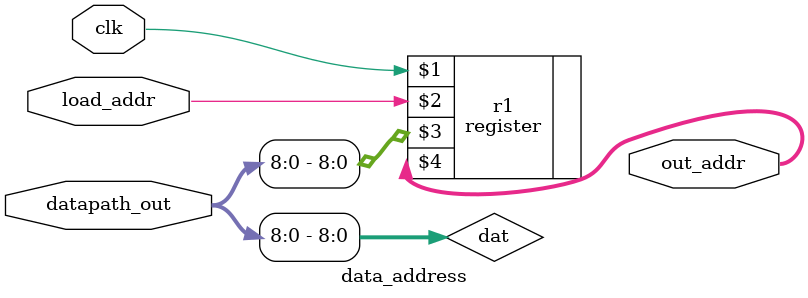
<source format=v>
module data_address(clk, load_addr, datapath_out, out_addr);
	input clk, load_addr;
	input [15:0] datapath_out;
	output [8:0] out_addr;
	
	wire [8:0] dat =  datapath_out[8:0];



	register #(9) r1(clk, load_addr, dat, out_addr);
	
endmodule
</source>
